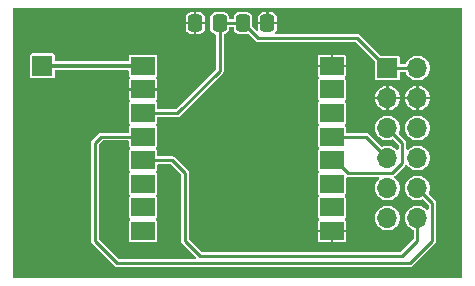
<source format=gbr>
%TF.GenerationSoftware,KiCad,Pcbnew,7.0.1*%
%TF.CreationDate,2023-04-28T09:34:28+02:00*%
%TF.ProjectId,RA01_ANT,52413031-5f41-44e5-942e-6b696361645f,rev?*%
%TF.SameCoordinates,Original*%
%TF.FileFunction,Copper,L1,Top*%
%TF.FilePolarity,Positive*%
%FSLAX46Y46*%
G04 Gerber Fmt 4.6, Leading zero omitted, Abs format (unit mm)*
G04 Created by KiCad (PCBNEW 7.0.1) date 2023-04-28 09:34:28*
%MOMM*%
%LPD*%
G01*
G04 APERTURE LIST*
G04 Aperture macros list*
%AMRoundRect*
0 Rectangle with rounded corners*
0 $1 Rounding radius*
0 $2 $3 $4 $5 $6 $7 $8 $9 X,Y pos of 4 corners*
0 Add a 4 corners polygon primitive as box body*
4,1,4,$2,$3,$4,$5,$6,$7,$8,$9,$2,$3,0*
0 Add four circle primitives for the rounded corners*
1,1,$1+$1,$2,$3*
1,1,$1+$1,$4,$5*
1,1,$1+$1,$6,$7*
1,1,$1+$1,$8,$9*
0 Add four rect primitives between the rounded corners*
20,1,$1+$1,$2,$3,$4,$5,0*
20,1,$1+$1,$4,$5,$6,$7,0*
20,1,$1+$1,$6,$7,$8,$9,0*
20,1,$1+$1,$8,$9,$2,$3,0*%
G04 Aperture macros list end*
%TA.AperFunction,ComponentPad*%
%ADD10R,1.700000X1.700000*%
%TD*%
%TA.AperFunction,ComponentPad*%
%ADD11O,1.700000X1.700000*%
%TD*%
%TA.AperFunction,SMDPad,CuDef*%
%ADD12R,2.000000X1.500000*%
%TD*%
%TA.AperFunction,SMDPad,CuDef*%
%ADD13RoundRect,0.250000X-0.337500X-0.475000X0.337500X-0.475000X0.337500X0.475000X-0.337500X0.475000X0*%
%TD*%
%TA.AperFunction,SMDPad,CuDef*%
%ADD14RoundRect,0.250000X0.337500X0.475000X-0.337500X0.475000X-0.337500X-0.475000X0.337500X-0.475000X0*%
%TD*%
%TA.AperFunction,ViaPad*%
%ADD15C,0.800000*%
%TD*%
%TA.AperFunction,Conductor*%
%ADD16C,0.250000*%
%TD*%
%TA.AperFunction,Conductor*%
%ADD17C,0.350000*%
%TD*%
G04 APERTURE END LIST*
D10*
%TO.P,J1,1,Pin_1*%
%TO.N,VCC*%
X149860000Y-43180000D03*
D11*
%TO.P,J1,2,Pin_2*%
X152400000Y-43180000D03*
%TO.P,J1,3,Pin_3*%
%TO.N,GND*%
X149860000Y-45720000D03*
%TO.P,J1,4,Pin_4*%
X152400000Y-45720000D03*
%TO.P,J1,5,Pin_5*%
%TO.N,SCK*%
X149860000Y-48260000D03*
%TO.P,J1,6,Pin_6*%
%TO.N,unconnected-(J1-Pin_6-Pad6)*%
X152400000Y-48260000D03*
%TO.P,J1,7,Pin_7*%
%TO.N,MISO*%
X149860000Y-50800000D03*
%TO.P,J1,8,Pin_8*%
%TO.N,unconnected-(J1-Pin_8-Pad8)*%
X152400000Y-50800000D03*
%TO.P,J1,9,Pin_9*%
%TO.N,MOSI*%
X149860000Y-53340000D03*
%TO.P,J1,10,Pin_10*%
%TO.N,nRESET*%
X152400000Y-53340000D03*
%TO.P,J1,11,Pin_11*%
%TO.N,nCS*%
X149860000Y-55880000D03*
%TO.P,J1,12,Pin_12*%
%TO.N,DIO0*%
X152400000Y-55880000D03*
%TD*%
D12*
%TO.P,U1,1,ANT*%
%TO.N,Net-(J2-Pin_1)*%
X129160000Y-42990000D03*
%TO.P,U1,2,GND*%
%TO.N,GND*%
X129160000Y-44990000D03*
%TO.P,U1,3,VDD*%
%TO.N,VCC*%
X129160000Y-46990000D03*
%TO.P,U1,4,~{RESET}*%
%TO.N,nRESET*%
X129160000Y-48990000D03*
%TO.P,U1,5,DIO0*%
%TO.N,DIO0*%
X129160000Y-50990000D03*
%TO.P,U1,6,DIO1*%
%TO.N,unconnected-(U1-DIO1-Pad6)*%
X129160000Y-52990000D03*
%TO.P,U1,7,DIO2*%
%TO.N,unconnected-(U1-DIO2-Pad7)*%
X129160000Y-54990000D03*
%TO.P,U1,8,DIO3*%
%TO.N,unconnected-(U1-DIO3-Pad8)*%
X129160000Y-56990000D03*
%TO.P,U1,9,GND*%
%TO.N,GND*%
X145160000Y-56990000D03*
%TO.P,U1,10,DIO4*%
%TO.N,unconnected-(U1-DIO4-Pad10)*%
X145160000Y-54990000D03*
%TO.P,U1,11,DIO5*%
%TO.N,unconnected-(U1-DIO5-Pad11)*%
X145160000Y-52990000D03*
%TO.P,U1,12,SCK*%
%TO.N,SCK*%
X145160000Y-50990000D03*
%TO.P,U1,13,MISO*%
%TO.N,MISO*%
X145160000Y-48990000D03*
%TO.P,U1,14,MOSI*%
%TO.N,MOSI*%
X145160000Y-46990000D03*
%TO.P,U1,15,~{NSS}*%
%TO.N,nCS*%
X145160000Y-44990000D03*
%TO.P,U1,16,GND*%
%TO.N,GND*%
X145160000Y-42990000D03*
%TD*%
D13*
%TO.P,C1,1*%
%TO.N,VCC*%
X137625000Y-39370000D03*
%TO.P,C1,2*%
%TO.N,GND*%
X139700000Y-39370000D03*
%TD*%
D10*
%TO.P,J2,1,Pin_1*%
%TO.N,Net-(J2-Pin_1)*%
X120650000Y-42990000D03*
%TD*%
D14*
%TO.P,C2,1*%
%TO.N,VCC*%
X135657500Y-39370000D03*
%TO.P,C2,2*%
%TO.N,GND*%
X133582500Y-39370000D03*
%TD*%
D15*
%TO.N,GND*%
X131445000Y-55880000D03*
X126365000Y-55880000D03*
%TO.N,nCS*%
X145160000Y-44990000D03*
%TO.N,MOSI*%
X145160000Y-46990000D03*
%TD*%
D16*
%TO.N,nRESET*%
X125095000Y-49530000D02*
X125095000Y-57785000D01*
X125635000Y-48990000D02*
X125095000Y-49530000D01*
X153670000Y-54610000D02*
X152400000Y-53340000D01*
X127000000Y-59690000D02*
X151765000Y-59690000D01*
X129160000Y-48990000D02*
X125635000Y-48990000D01*
X153670000Y-57785000D02*
X153670000Y-54610000D01*
X151765000Y-59690000D02*
X153670000Y-57785000D01*
X125095000Y-57785000D02*
X127000000Y-59690000D01*
%TO.N,SCK*%
X145410000Y-50990000D02*
X146490000Y-52070000D01*
X151130000Y-49530000D02*
X149860000Y-48260000D01*
X150251701Y-52070000D02*
X151130000Y-51191701D01*
X151130000Y-51191701D02*
X151130000Y-49530000D01*
X146490000Y-52070000D02*
X150251701Y-52070000D01*
X145160000Y-50990000D02*
X145410000Y-50990000D01*
%TO.N,MISO*%
X145160000Y-48990000D02*
X148050000Y-48990000D01*
X148050000Y-48990000D02*
X149860000Y-50800000D01*
%TO.N,VCC*%
X137625000Y-39370000D02*
X138895000Y-40640000D01*
X149860000Y-43180000D02*
X152400000Y-43180000D01*
X129160000Y-46990000D02*
X132080000Y-46990000D01*
X138895000Y-40640000D02*
X147320000Y-40640000D01*
X135657500Y-43412500D02*
X135657500Y-39370000D01*
X137625000Y-39370000D02*
X135657500Y-39370000D01*
X132080000Y-46990000D02*
X135657500Y-43412500D01*
X147320000Y-40640000D02*
X149860000Y-43180000D01*
D17*
%TO.N,Net-(J2-Pin_1)*%
X129160000Y-42990000D02*
X120650000Y-42990000D01*
D16*
%TO.N,DIO0*%
X133985000Y-59055000D02*
X151130000Y-59055000D01*
X129160000Y-50990000D02*
X131635000Y-50990000D01*
X151130000Y-59055000D02*
X152400000Y-57785000D01*
X152400000Y-57785000D02*
X152400000Y-55880000D01*
X132715000Y-57785000D02*
X133985000Y-59055000D01*
X131635000Y-50990000D02*
X132715000Y-52070000D01*
X132715000Y-52070000D02*
X132715000Y-57785000D01*
%TD*%
%TA.AperFunction,Conductor*%
%TO.N,GND*%
G36*
X127910000Y-49328763D02*
G01*
X127946237Y-49365000D01*
X127959500Y-49414500D01*
X127959500Y-49759747D01*
X127971133Y-49818231D01*
X128015447Y-49884552D01*
X128050068Y-49907685D01*
X128082376Y-49943332D01*
X128094066Y-49990000D01*
X128082376Y-50036668D01*
X128050068Y-50072315D01*
X128015447Y-50095447D01*
X127971133Y-50161768D01*
X127959500Y-50220253D01*
X127959500Y-51759747D01*
X127971133Y-51818231D01*
X128015447Y-51884552D01*
X128050068Y-51907685D01*
X128082376Y-51943332D01*
X128094066Y-51990000D01*
X128082376Y-52036668D01*
X128050068Y-52072315D01*
X128015447Y-52095447D01*
X127971133Y-52161768D01*
X127971132Y-52161769D01*
X127971133Y-52161769D01*
X127961948Y-52207948D01*
X127959500Y-52220253D01*
X127959500Y-53759747D01*
X127971133Y-53818231D01*
X128015447Y-53884552D01*
X128050068Y-53907685D01*
X128082376Y-53943332D01*
X128094066Y-53990000D01*
X128082376Y-54036668D01*
X128050068Y-54072315D01*
X128015447Y-54095447D01*
X127971133Y-54161768D01*
X127959500Y-54220253D01*
X127959500Y-55759747D01*
X127971133Y-55818231D01*
X128015447Y-55884552D01*
X128050068Y-55907685D01*
X128082376Y-55943332D01*
X128094066Y-55990000D01*
X128082376Y-56036668D01*
X128050068Y-56072315D01*
X128015447Y-56095447D01*
X127971133Y-56161768D01*
X127959500Y-56220253D01*
X127959500Y-57759747D01*
X127971133Y-57818231D01*
X128015447Y-57884552D01*
X128037591Y-57899348D01*
X128081769Y-57928867D01*
X128140252Y-57940500D01*
X130179747Y-57940500D01*
X130179748Y-57940500D01*
X130238231Y-57928867D01*
X130304552Y-57884552D01*
X130348867Y-57818231D01*
X130360500Y-57759748D01*
X130360500Y-56220252D01*
X130348867Y-56161769D01*
X130304552Y-56095448D01*
X130269930Y-56072314D01*
X130237623Y-56036668D01*
X130225933Y-55990000D01*
X130237623Y-55943332D01*
X130269930Y-55907685D01*
X130304552Y-55884552D01*
X130348867Y-55818231D01*
X130360500Y-55759748D01*
X130360500Y-54220252D01*
X130348867Y-54161769D01*
X130304552Y-54095448D01*
X130269930Y-54072314D01*
X130237623Y-54036668D01*
X130225933Y-53990000D01*
X130237623Y-53943332D01*
X130269930Y-53907685D01*
X130304552Y-53884552D01*
X130348867Y-53818231D01*
X130360500Y-53759748D01*
X130360500Y-52220252D01*
X130348867Y-52161769D01*
X130304552Y-52095448D01*
X130269930Y-52072314D01*
X130237623Y-52036668D01*
X130225933Y-51990000D01*
X130237623Y-51943332D01*
X130269930Y-51907685D01*
X130304552Y-51884552D01*
X130348867Y-51818231D01*
X130360500Y-51759748D01*
X130360500Y-51414500D01*
X130373763Y-51365000D01*
X130410000Y-51328763D01*
X130459500Y-51315500D01*
X131459166Y-51315500D01*
X131497052Y-51323036D01*
X131529170Y-51344496D01*
X132360504Y-52175830D01*
X132381964Y-52207948D01*
X132389500Y-52245834D01*
X132389500Y-57766466D01*
X132389123Y-57775096D01*
X132385735Y-57813807D01*
X132395795Y-57851350D01*
X132397663Y-57859778D01*
X132404411Y-57898042D01*
X132404412Y-57898045D01*
X132405166Y-57899352D01*
X132415055Y-57923225D01*
X132415446Y-57924685D01*
X132437732Y-57956514D01*
X132442370Y-57963794D01*
X132461803Y-57997452D01*
X132461805Y-57997454D01*
X132461806Y-57997455D01*
X132491574Y-58022433D01*
X132497938Y-58028264D01*
X133665169Y-59195496D01*
X133692263Y-59246186D01*
X133686629Y-59303386D01*
X133650166Y-59347815D01*
X133595165Y-59364500D01*
X127175834Y-59364500D01*
X127137948Y-59356964D01*
X127105830Y-59335504D01*
X125449496Y-57679170D01*
X125428036Y-57647052D01*
X125420500Y-57609166D01*
X125420500Y-49705833D01*
X125428036Y-49667947D01*
X125449497Y-49635829D01*
X125740831Y-49344496D01*
X125772948Y-49323036D01*
X125810834Y-49315500D01*
X127860500Y-49315500D01*
X127910000Y-49328763D01*
G37*
%TD.AperFunction*%
%TA.AperFunction,Conductor*%
G36*
X156135000Y-38138763D02*
G01*
X156171237Y-38175000D01*
X156184500Y-38224500D01*
X156184500Y-60835500D01*
X156171237Y-60885000D01*
X156135000Y-60921237D01*
X156085500Y-60934500D01*
X118234500Y-60934500D01*
X118185000Y-60921237D01*
X118148763Y-60885000D01*
X118135500Y-60835500D01*
X118135500Y-57813807D01*
X124765735Y-57813807D01*
X124775795Y-57851350D01*
X124777663Y-57859778D01*
X124784411Y-57898042D01*
X124784412Y-57898045D01*
X124785166Y-57899352D01*
X124795055Y-57923225D01*
X124795446Y-57924685D01*
X124817732Y-57956514D01*
X124822370Y-57963794D01*
X124841803Y-57997452D01*
X124841805Y-57997454D01*
X124841806Y-57997455D01*
X124871574Y-58022433D01*
X124877938Y-58028264D01*
X126756730Y-59907056D01*
X126762564Y-59913423D01*
X126787545Y-59943194D01*
X126821215Y-59962633D01*
X126828477Y-59967260D01*
X126860316Y-59989554D01*
X126861761Y-59989941D01*
X126861768Y-59989943D01*
X126885650Y-59999834D01*
X126886955Y-60000588D01*
X126920732Y-60006543D01*
X126925220Y-60007335D01*
X126933647Y-60009203D01*
X126971193Y-60019264D01*
X127009909Y-60015876D01*
X127018537Y-60015500D01*
X151746466Y-60015500D01*
X151755093Y-60015876D01*
X151768357Y-60017037D01*
X151793805Y-60019264D01*
X151793805Y-60019263D01*
X151793807Y-60019264D01*
X151831359Y-60009201D01*
X151839777Y-60007335D01*
X151878045Y-60000588D01*
X151879346Y-59999836D01*
X151903232Y-59989942D01*
X151904684Y-59989554D01*
X151936529Y-59967254D01*
X151943785Y-59962632D01*
X151977455Y-59943194D01*
X152002442Y-59913414D01*
X152008254Y-59907070D01*
X153887066Y-58028258D01*
X153893410Y-58022444D01*
X153923194Y-57997455D01*
X153942632Y-57963785D01*
X153947254Y-57956529D01*
X153969554Y-57924684D01*
X153969942Y-57923232D01*
X153979838Y-57899343D01*
X153980588Y-57898045D01*
X153987335Y-57859777D01*
X153989204Y-57851348D01*
X153989208Y-57851336D01*
X153999264Y-57813807D01*
X153995876Y-57775090D01*
X153995500Y-57766463D01*
X153995500Y-54628526D01*
X153995877Y-54619897D01*
X153999263Y-54581194D01*
X153999263Y-54581193D01*
X153989199Y-54543638D01*
X153987335Y-54535223D01*
X153980589Y-54496958D01*
X153980588Y-54496956D01*
X153980588Y-54496955D01*
X153979834Y-54495650D01*
X153969943Y-54471768D01*
X153969554Y-54470317D01*
X153969554Y-54470316D01*
X153947257Y-54438473D01*
X153942626Y-54431203D01*
X153923193Y-54397543D01*
X153893434Y-54372573D01*
X153887066Y-54366739D01*
X153388502Y-53868175D01*
X153365850Y-53833041D01*
X153359718Y-53791691D01*
X153371199Y-53751498D01*
X153375232Y-53743954D01*
X153435300Y-53545934D01*
X153455583Y-53340000D01*
X153435300Y-53134066D01*
X153375232Y-52936046D01*
X153277685Y-52753550D01*
X153146410Y-52593590D01*
X152986450Y-52462315D01*
X152803954Y-52364768D01*
X152803953Y-52364767D01*
X152803952Y-52364767D01*
X152605933Y-52304699D01*
X152400000Y-52284416D01*
X152194066Y-52304699D01*
X151996047Y-52364767D01*
X151813549Y-52462315D01*
X151653590Y-52593590D01*
X151522315Y-52753549D01*
X151424767Y-52936047D01*
X151364699Y-53134066D01*
X151344416Y-53339999D01*
X151364699Y-53545933D01*
X151424767Y-53743952D01*
X151424768Y-53743954D01*
X151522315Y-53926450D01*
X151653590Y-54086410D01*
X151813550Y-54217685D01*
X151996046Y-54315232D01*
X152194066Y-54375300D01*
X152400000Y-54395583D01*
X152605934Y-54375300D01*
X152692155Y-54349145D01*
X152803952Y-54315233D01*
X152803954Y-54315232D01*
X152811498Y-54311199D01*
X152851691Y-54299718D01*
X152893041Y-54305850D01*
X152928175Y-54328502D01*
X153315504Y-54715831D01*
X153336964Y-54747949D01*
X153344500Y-54785835D01*
X153344500Y-55098277D01*
X153326441Y-55155282D01*
X153278852Y-55191490D01*
X153219096Y-55193691D01*
X153168973Y-55161084D01*
X153146410Y-55133590D01*
X152986450Y-55002315D01*
X152803954Y-54904768D01*
X152803953Y-54904767D01*
X152803952Y-54904767D01*
X152605933Y-54844699D01*
X152400000Y-54824416D01*
X152194066Y-54844699D01*
X151996047Y-54904767D01*
X151813549Y-55002315D01*
X151653590Y-55133590D01*
X151522315Y-55293549D01*
X151424767Y-55476047D01*
X151364699Y-55674066D01*
X151344416Y-55880000D01*
X151364699Y-56085933D01*
X151424767Y-56283952D01*
X151424768Y-56283954D01*
X151522315Y-56466450D01*
X151653590Y-56626410D01*
X151813550Y-56757685D01*
X151898497Y-56803091D01*
X151996045Y-56855232D01*
X152004235Y-56857716D01*
X152040774Y-56878021D01*
X152065675Y-56911595D01*
X152074500Y-56952454D01*
X152074500Y-57609165D01*
X152066964Y-57647051D01*
X152045504Y-57679169D01*
X151024170Y-58700504D01*
X150992052Y-58721964D01*
X150954166Y-58729500D01*
X134160835Y-58729500D01*
X134122949Y-58721964D01*
X134090831Y-58700504D01*
X133150023Y-57759697D01*
X143960000Y-57759697D01*
X143971604Y-57818036D01*
X144015807Y-57884192D01*
X144081963Y-57928395D01*
X144140303Y-57940000D01*
X145059999Y-57940000D01*
X145060000Y-57939999D01*
X145260000Y-57939999D01*
X145260001Y-57940000D01*
X146179697Y-57940000D01*
X146238036Y-57928395D01*
X146304192Y-57884192D01*
X146348395Y-57818036D01*
X146360000Y-57759697D01*
X146360000Y-57090001D01*
X146359999Y-57090000D01*
X145260001Y-57090000D01*
X145260000Y-57090001D01*
X145260000Y-57939999D01*
X145060000Y-57939999D01*
X145060000Y-57090001D01*
X145059999Y-57090000D01*
X143960001Y-57090000D01*
X143960000Y-57090001D01*
X143960000Y-57759697D01*
X133150023Y-57759697D01*
X133069496Y-57679170D01*
X133048036Y-57647052D01*
X133040500Y-57609166D01*
X133040500Y-55759747D01*
X143959500Y-55759747D01*
X143971133Y-55818231D01*
X144015447Y-55884552D01*
X144050517Y-55907985D01*
X144082825Y-55943632D01*
X144094515Y-55990300D01*
X144082826Y-56036967D01*
X144050518Y-56072615D01*
X144015807Y-56095808D01*
X143971604Y-56161963D01*
X143960000Y-56220303D01*
X143960000Y-56889999D01*
X143960001Y-56890000D01*
X146359999Y-56890000D01*
X146360000Y-56889999D01*
X146360000Y-56220303D01*
X146348395Y-56161963D01*
X146304191Y-56095807D01*
X146269482Y-56072615D01*
X146237174Y-56036968D01*
X146225484Y-55990300D01*
X146237174Y-55943631D01*
X146269481Y-55907985D01*
X146304552Y-55884552D01*
X146307594Y-55880000D01*
X148804416Y-55880000D01*
X148824699Y-56085933D01*
X148884767Y-56283952D01*
X148884768Y-56283954D01*
X148982315Y-56466450D01*
X149113590Y-56626410D01*
X149273550Y-56757685D01*
X149456046Y-56855232D01*
X149654066Y-56915300D01*
X149860000Y-56935583D01*
X150065934Y-56915300D01*
X150263954Y-56855232D01*
X150446450Y-56757685D01*
X150606410Y-56626410D01*
X150737685Y-56466450D01*
X150835232Y-56283954D01*
X150895300Y-56085934D01*
X150915583Y-55880000D01*
X150895300Y-55674066D01*
X150835232Y-55476046D01*
X150737685Y-55293550D01*
X150606410Y-55133590D01*
X150446450Y-55002315D01*
X150263954Y-54904768D01*
X150263953Y-54904767D01*
X150263952Y-54904767D01*
X150065933Y-54844699D01*
X149860000Y-54824416D01*
X149654066Y-54844699D01*
X149456047Y-54904767D01*
X149273549Y-55002315D01*
X149113590Y-55133590D01*
X148982315Y-55293549D01*
X148884767Y-55476047D01*
X148824699Y-55674066D01*
X148804416Y-55880000D01*
X146307594Y-55880000D01*
X146348867Y-55818231D01*
X146360500Y-55759748D01*
X146360500Y-54220252D01*
X146348867Y-54161769D01*
X146304552Y-54095448D01*
X146269930Y-54072314D01*
X146237623Y-54036668D01*
X146225933Y-53990000D01*
X146237623Y-53943332D01*
X146269930Y-53907685D01*
X146304552Y-53884552D01*
X146348867Y-53818231D01*
X146360500Y-53759748D01*
X146360500Y-52498790D01*
X146372360Y-52451804D01*
X146405099Y-52416077D01*
X146450872Y-52400167D01*
X146499909Y-52395877D01*
X146508537Y-52395500D01*
X149078277Y-52395500D01*
X149135282Y-52413559D01*
X149171490Y-52461148D01*
X149173691Y-52520904D01*
X149141084Y-52571026D01*
X149113590Y-52593590D01*
X149113588Y-52593592D01*
X148982315Y-52753549D01*
X148884767Y-52936047D01*
X148824699Y-53134066D01*
X148804416Y-53339999D01*
X148824699Y-53545933D01*
X148884767Y-53743952D01*
X148884768Y-53743954D01*
X148982315Y-53926450D01*
X149113590Y-54086410D01*
X149273550Y-54217685D01*
X149456046Y-54315232D01*
X149654066Y-54375300D01*
X149860000Y-54395583D01*
X150065934Y-54375300D01*
X150263954Y-54315232D01*
X150446450Y-54217685D01*
X150606410Y-54086410D01*
X150737685Y-53926450D01*
X150835232Y-53743954D01*
X150895300Y-53545934D01*
X150915583Y-53340000D01*
X150895300Y-53134066D01*
X150835232Y-52936046D01*
X150737685Y-52753550D01*
X150606410Y-52593590D01*
X150490895Y-52498790D01*
X150464822Y-52477392D01*
X150436475Y-52439493D01*
X150428959Y-52392766D01*
X150443992Y-52347890D01*
X150454457Y-52337846D01*
X150452934Y-52336568D01*
X150464156Y-52323194D01*
X150489143Y-52293414D01*
X150494955Y-52287070D01*
X151347072Y-51434954D01*
X151353430Y-51429130D01*
X151396567Y-51392935D01*
X151397845Y-51394458D01*
X151407890Y-51383992D01*
X151452766Y-51368959D01*
X151499493Y-51376475D01*
X151537393Y-51404822D01*
X151653590Y-51546410D01*
X151813550Y-51677685D01*
X151996046Y-51775232D01*
X152165827Y-51826734D01*
X152194066Y-51835300D01*
X152399999Y-51855583D01*
X152399999Y-51855582D01*
X152400000Y-51855583D01*
X152605934Y-51835300D01*
X152803954Y-51775232D01*
X152986450Y-51677685D01*
X153146410Y-51546410D01*
X153277685Y-51386450D01*
X153375232Y-51203954D01*
X153435300Y-51005934D01*
X153455583Y-50800000D01*
X153435300Y-50594066D01*
X153375232Y-50396046D01*
X153277685Y-50213550D01*
X153146410Y-50053590D01*
X152986450Y-49922315D01*
X152803954Y-49824768D01*
X152803953Y-49824767D01*
X152803952Y-49824767D01*
X152605933Y-49764699D01*
X152399999Y-49744416D01*
X152194066Y-49764699D01*
X151996047Y-49824767D01*
X151813549Y-49922315D01*
X151653592Y-50053588D01*
X151653590Y-50053590D01*
X151631026Y-50081084D01*
X151580904Y-50113691D01*
X151521148Y-50111490D01*
X151473559Y-50075282D01*
X151455500Y-50018277D01*
X151455500Y-49548526D01*
X151455877Y-49539897D01*
X151459263Y-49501194D01*
X151459262Y-49501191D01*
X151449199Y-49463638D01*
X151447335Y-49455223D01*
X151440589Y-49416958D01*
X151440588Y-49416956D01*
X151440588Y-49416955D01*
X151439832Y-49415645D01*
X151429943Y-49391768D01*
X151429941Y-49391761D01*
X151429554Y-49390316D01*
X151407257Y-49358473D01*
X151402626Y-49351203D01*
X151383193Y-49317543D01*
X151353434Y-49292573D01*
X151347066Y-49286739D01*
X150848502Y-48788175D01*
X150825850Y-48753041D01*
X150819718Y-48711691D01*
X150831199Y-48671498D01*
X150835232Y-48663954D01*
X150836209Y-48660736D01*
X150895300Y-48465933D01*
X150915583Y-48259999D01*
X151344416Y-48259999D01*
X151364699Y-48465933D01*
X151423792Y-48660737D01*
X151424768Y-48663954D01*
X151522315Y-48846450D01*
X151653590Y-49006410D01*
X151813550Y-49137685D01*
X151996046Y-49235232D01*
X152194066Y-49295300D01*
X152400000Y-49315583D01*
X152605934Y-49295300D01*
X152803954Y-49235232D01*
X152986450Y-49137685D01*
X153146410Y-49006410D01*
X153277685Y-48846450D01*
X153375232Y-48663954D01*
X153435300Y-48465934D01*
X153455583Y-48260000D01*
X153437097Y-48072316D01*
X153435300Y-48054066D01*
X153434410Y-48051133D01*
X153375232Y-47856046D01*
X153277685Y-47673550D01*
X153146410Y-47513590D01*
X152986450Y-47382315D01*
X152803954Y-47284768D01*
X152803953Y-47284767D01*
X152803952Y-47284767D01*
X152605933Y-47224699D01*
X152400000Y-47204416D01*
X152194066Y-47224699D01*
X151996047Y-47284767D01*
X151813549Y-47382315D01*
X151653590Y-47513590D01*
X151522315Y-47673549D01*
X151424767Y-47856047D01*
X151364699Y-48054066D01*
X151344416Y-48259999D01*
X150915583Y-48259999D01*
X150895300Y-48054066D01*
X150894410Y-48051133D01*
X150835232Y-47856046D01*
X150737685Y-47673550D01*
X150606410Y-47513590D01*
X150446450Y-47382315D01*
X150263954Y-47284768D01*
X150263953Y-47284767D01*
X150263952Y-47284767D01*
X150065933Y-47224699D01*
X149860000Y-47204416D01*
X149654066Y-47224699D01*
X149456047Y-47284767D01*
X149273549Y-47382315D01*
X149113590Y-47513590D01*
X148982315Y-47673549D01*
X148884767Y-47856047D01*
X148824699Y-48054066D01*
X148804416Y-48259999D01*
X148824699Y-48465933D01*
X148883792Y-48660737D01*
X148884768Y-48663954D01*
X148982315Y-48846450D01*
X149113590Y-49006410D01*
X149273550Y-49137685D01*
X149456046Y-49235232D01*
X149654066Y-49295300D01*
X149860000Y-49315583D01*
X150065934Y-49295300D01*
X150152155Y-49269145D01*
X150263952Y-49235233D01*
X150263954Y-49235232D01*
X150271498Y-49231199D01*
X150311691Y-49219718D01*
X150353041Y-49225850D01*
X150388175Y-49248502D01*
X150775504Y-49635831D01*
X150796964Y-49667949D01*
X150804500Y-49705835D01*
X150804500Y-50018277D01*
X150786441Y-50075282D01*
X150738852Y-50111490D01*
X150679096Y-50113691D01*
X150628973Y-50081084D01*
X150606410Y-50053590D01*
X150446450Y-49922315D01*
X150263954Y-49824768D01*
X150263953Y-49824767D01*
X150263952Y-49824767D01*
X150065933Y-49764699D01*
X149859999Y-49744416D01*
X149654066Y-49764699D01*
X149456045Y-49824767D01*
X149448492Y-49828805D01*
X149408299Y-49840281D01*
X149366953Y-49834147D01*
X149331823Y-49811497D01*
X148293268Y-48772942D01*
X148287434Y-48766574D01*
X148262454Y-48736805D01*
X148228794Y-48717370D01*
X148221514Y-48712732D01*
X148189685Y-48690446D01*
X148188225Y-48690055D01*
X148164352Y-48680166D01*
X148163045Y-48679412D01*
X148163043Y-48679411D01*
X148163042Y-48679411D01*
X148124778Y-48672663D01*
X148116350Y-48670795D01*
X148078807Y-48660735D01*
X148043330Y-48663839D01*
X148040093Y-48664123D01*
X148031466Y-48664500D01*
X146459500Y-48664500D01*
X146410000Y-48651237D01*
X146373763Y-48615000D01*
X146360500Y-48565500D01*
X146360500Y-48220253D01*
X146360500Y-48220252D01*
X146348867Y-48161769D01*
X146304552Y-48095448D01*
X146269930Y-48072314D01*
X146237623Y-48036668D01*
X146225933Y-47990000D01*
X146237623Y-47943332D01*
X146269930Y-47907685D01*
X146304552Y-47884552D01*
X146348867Y-47818231D01*
X146360500Y-47759748D01*
X146360500Y-46220252D01*
X146348867Y-46161769D01*
X146304552Y-46095448D01*
X146269930Y-46072314D01*
X146237623Y-46036668D01*
X146225933Y-45990000D01*
X146237623Y-45943332D01*
X146269930Y-45907685D01*
X146304552Y-45884552D01*
X146347685Y-45820000D01*
X148814767Y-45820000D01*
X148825191Y-45925835D01*
X148885231Y-46123763D01*
X148982730Y-46306170D01*
X149113945Y-46466054D01*
X149273829Y-46597269D01*
X149456236Y-46694768D01*
X149654164Y-46754808D01*
X149759999Y-46765232D01*
X149760000Y-46765232D01*
X149960000Y-46765232D01*
X150065835Y-46754808D01*
X150263763Y-46694768D01*
X150446170Y-46597269D01*
X150606054Y-46466054D01*
X150737269Y-46306170D01*
X150834768Y-46123763D01*
X150894808Y-45925835D01*
X150905232Y-45820000D01*
X151354767Y-45820000D01*
X151365191Y-45925835D01*
X151425231Y-46123763D01*
X151522730Y-46306170D01*
X151653945Y-46466054D01*
X151813829Y-46597269D01*
X151996236Y-46694768D01*
X152194164Y-46754808D01*
X152299999Y-46765232D01*
X152300000Y-46765232D01*
X152500000Y-46765232D01*
X152605835Y-46754808D01*
X152803763Y-46694768D01*
X152986170Y-46597269D01*
X153146054Y-46466054D01*
X153277269Y-46306170D01*
X153374768Y-46123763D01*
X153434808Y-45925835D01*
X153445232Y-45820000D01*
X152500001Y-45820000D01*
X152500000Y-45820001D01*
X152500000Y-46765232D01*
X152300000Y-46765232D01*
X152300000Y-45820001D01*
X152299999Y-45820000D01*
X151354767Y-45820000D01*
X150905232Y-45820000D01*
X149960001Y-45820000D01*
X149960000Y-45820001D01*
X149960000Y-46765232D01*
X149760000Y-46765232D01*
X149760000Y-45820001D01*
X149759999Y-45820000D01*
X148814767Y-45820000D01*
X146347685Y-45820000D01*
X146348867Y-45818231D01*
X146360500Y-45759748D01*
X146360500Y-45619999D01*
X148814767Y-45619999D01*
X148814768Y-45620000D01*
X149759999Y-45620000D01*
X149760000Y-45619999D01*
X149760000Y-44674768D01*
X149759999Y-44674767D01*
X149960000Y-44674767D01*
X149960000Y-45619999D01*
X149960001Y-45620000D01*
X150905232Y-45620000D01*
X150905232Y-45619999D01*
X151354767Y-45619999D01*
X151354768Y-45620000D01*
X152299999Y-45620000D01*
X152300000Y-45619999D01*
X152300000Y-44674768D01*
X152299999Y-44674767D01*
X152500000Y-44674767D01*
X152500000Y-45619999D01*
X152500001Y-45620000D01*
X153445232Y-45620000D01*
X153445232Y-45619999D01*
X153434808Y-45514164D01*
X153374768Y-45316236D01*
X153277269Y-45133829D01*
X153146054Y-44973945D01*
X152986170Y-44842730D01*
X152803763Y-44745231D01*
X152605835Y-44685191D01*
X152500000Y-44674767D01*
X152299999Y-44674767D01*
X152194164Y-44685191D01*
X151996236Y-44745231D01*
X151813829Y-44842730D01*
X151653945Y-44973945D01*
X151522730Y-45133829D01*
X151425231Y-45316236D01*
X151365191Y-45514164D01*
X151354767Y-45619999D01*
X150905232Y-45619999D01*
X150894808Y-45514164D01*
X150834768Y-45316236D01*
X150737269Y-45133829D01*
X150606054Y-44973945D01*
X150446170Y-44842730D01*
X150263763Y-44745231D01*
X150065835Y-44685191D01*
X149960000Y-44674767D01*
X149759999Y-44674767D01*
X149654164Y-44685191D01*
X149456236Y-44745231D01*
X149273829Y-44842730D01*
X149113945Y-44973945D01*
X148982730Y-45133829D01*
X148885231Y-45316236D01*
X148825191Y-45514164D01*
X148814767Y-45619999D01*
X146360500Y-45619999D01*
X146360500Y-44220252D01*
X146348867Y-44161769D01*
X146304552Y-44095448D01*
X146304551Y-44095447D01*
X146269482Y-44072014D01*
X146237173Y-44036366D01*
X146225484Y-43989698D01*
X146237174Y-43943030D01*
X146269483Y-43907383D01*
X146304192Y-43884191D01*
X146348395Y-43818036D01*
X146360000Y-43759697D01*
X146360000Y-43090001D01*
X146359999Y-43090000D01*
X143960001Y-43090000D01*
X143960000Y-43090001D01*
X143960000Y-43759697D01*
X143971604Y-43818036D01*
X144015807Y-43884192D01*
X144050517Y-43907384D01*
X144082825Y-43943030D01*
X144094515Y-43989698D01*
X144082826Y-44036366D01*
X144050518Y-44072013D01*
X144015448Y-44095446D01*
X143971133Y-44161768D01*
X143971132Y-44161769D01*
X143971133Y-44161769D01*
X143959776Y-44218867D01*
X143959500Y-44220253D01*
X143959500Y-45759747D01*
X143971133Y-45818231D01*
X144015447Y-45884552D01*
X144050068Y-45907685D01*
X144082376Y-45943332D01*
X144094066Y-45990000D01*
X144082376Y-46036668D01*
X144050068Y-46072315D01*
X144015447Y-46095447D01*
X143971133Y-46161768D01*
X143959500Y-46220253D01*
X143959500Y-47759747D01*
X143971133Y-47818231D01*
X144015447Y-47884552D01*
X144050068Y-47907685D01*
X144082376Y-47943332D01*
X144094066Y-47990000D01*
X144082376Y-48036668D01*
X144050068Y-48072315D01*
X144015447Y-48095447D01*
X143971133Y-48161768D01*
X143959500Y-48220253D01*
X143959500Y-49759747D01*
X143971133Y-49818231D01*
X144015447Y-49884552D01*
X144050068Y-49907685D01*
X144082376Y-49943332D01*
X144094066Y-49990000D01*
X144082376Y-50036668D01*
X144050068Y-50072315D01*
X144015447Y-50095447D01*
X143971133Y-50161768D01*
X143959500Y-50220253D01*
X143959500Y-51759747D01*
X143971133Y-51818231D01*
X144015447Y-51884552D01*
X144050068Y-51907685D01*
X144082376Y-51943332D01*
X144094066Y-51990000D01*
X144082376Y-52036668D01*
X144050068Y-52072315D01*
X144015447Y-52095447D01*
X143971133Y-52161768D01*
X143971132Y-52161769D01*
X143971133Y-52161769D01*
X143961948Y-52207948D01*
X143959500Y-52220253D01*
X143959500Y-53759747D01*
X143971133Y-53818231D01*
X144015447Y-53884552D01*
X144050068Y-53907685D01*
X144082376Y-53943332D01*
X144094066Y-53990000D01*
X144082376Y-54036668D01*
X144050068Y-54072315D01*
X144015447Y-54095447D01*
X143971133Y-54161768D01*
X143959500Y-54220253D01*
X143959500Y-55759747D01*
X133040500Y-55759747D01*
X133040500Y-52088534D01*
X133040877Y-52079904D01*
X133044264Y-52041193D01*
X133034205Y-52003655D01*
X133032335Y-51995220D01*
X133031415Y-51990000D01*
X133025588Y-51956955D01*
X133024834Y-51955650D01*
X133014943Y-51931768D01*
X133014942Y-51931765D01*
X133014554Y-51930316D01*
X132992260Y-51898477D01*
X132987633Y-51891215D01*
X132968194Y-51857545D01*
X132938428Y-51832568D01*
X132932060Y-51826734D01*
X131878268Y-50772942D01*
X131872434Y-50766574D01*
X131847454Y-50736805D01*
X131813794Y-50717370D01*
X131806514Y-50712732D01*
X131774685Y-50690446D01*
X131773225Y-50690055D01*
X131749352Y-50680166D01*
X131748045Y-50679412D01*
X131748043Y-50679411D01*
X131748042Y-50679411D01*
X131709778Y-50672663D01*
X131701350Y-50670795D01*
X131663807Y-50660735D01*
X131628330Y-50663839D01*
X131625093Y-50664123D01*
X131616466Y-50664500D01*
X130459500Y-50664500D01*
X130410000Y-50651237D01*
X130373763Y-50615000D01*
X130360500Y-50565500D01*
X130360500Y-50220253D01*
X130359167Y-50213550D01*
X130348867Y-50161769D01*
X130304552Y-50095448D01*
X130269930Y-50072314D01*
X130237623Y-50036668D01*
X130225933Y-49990000D01*
X130237623Y-49943332D01*
X130269930Y-49907685D01*
X130304552Y-49884552D01*
X130348867Y-49818231D01*
X130360500Y-49759748D01*
X130360500Y-48220252D01*
X130348867Y-48161769D01*
X130304552Y-48095448D01*
X130269930Y-48072314D01*
X130237623Y-48036668D01*
X130225933Y-47990000D01*
X130237623Y-47943332D01*
X130269930Y-47907685D01*
X130304552Y-47884552D01*
X130348867Y-47818231D01*
X130360500Y-47759748D01*
X130360500Y-47414500D01*
X130373763Y-47365000D01*
X130410000Y-47328763D01*
X130459500Y-47315500D01*
X132061466Y-47315500D01*
X132070093Y-47315876D01*
X132083357Y-47317037D01*
X132108805Y-47319264D01*
X132108805Y-47319263D01*
X132108807Y-47319264D01*
X132146359Y-47309201D01*
X132154777Y-47307335D01*
X132193045Y-47300588D01*
X132194346Y-47299836D01*
X132218232Y-47289942D01*
X132219684Y-47289554D01*
X132251529Y-47267254D01*
X132258785Y-47262632D01*
X132292455Y-47243194D01*
X132317442Y-47213414D01*
X132323254Y-47207070D01*
X135874566Y-43655758D01*
X135880910Y-43649944D01*
X135910694Y-43624955D01*
X135930132Y-43591285D01*
X135934754Y-43584029D01*
X135957054Y-43552184D01*
X135957442Y-43550732D01*
X135967338Y-43526843D01*
X135968088Y-43525545D01*
X135974835Y-43487277D01*
X135976701Y-43478859D01*
X135986764Y-43441307D01*
X135983376Y-43402593D01*
X135983000Y-43393966D01*
X135983000Y-42889999D01*
X143960000Y-42889999D01*
X143960001Y-42890000D01*
X145059999Y-42890000D01*
X145060000Y-42889999D01*
X145260000Y-42889999D01*
X145260001Y-42890000D01*
X146359999Y-42890000D01*
X146360000Y-42889999D01*
X146360000Y-42220303D01*
X146348395Y-42161963D01*
X146304192Y-42095807D01*
X146238036Y-42051604D01*
X146179697Y-42040000D01*
X145260001Y-42040000D01*
X145260000Y-42040001D01*
X145260000Y-42889999D01*
X145060000Y-42889999D01*
X145060000Y-42040001D01*
X145059999Y-42040000D01*
X144140303Y-42040000D01*
X144081963Y-42051604D01*
X144015807Y-42095807D01*
X143971604Y-42161963D01*
X143960000Y-42220303D01*
X143960000Y-42889999D01*
X135983000Y-42889999D01*
X135983000Y-40391864D01*
X135994763Y-40345060D01*
X136027255Y-40309377D01*
X136072753Y-40293297D01*
X136079699Y-40292646D01*
X136207882Y-40247793D01*
X136317150Y-40167150D01*
X136397793Y-40057882D01*
X136442646Y-39929699D01*
X136445500Y-39899266D01*
X136445500Y-39794500D01*
X136458763Y-39745000D01*
X136495000Y-39708763D01*
X136544500Y-39695500D01*
X136738000Y-39695500D01*
X136787500Y-39708763D01*
X136823737Y-39745000D01*
X136837000Y-39794500D01*
X136837000Y-39899270D01*
X136839853Y-39929695D01*
X136839853Y-39929697D01*
X136839854Y-39929699D01*
X136884707Y-40057882D01*
X136965350Y-40167150D01*
X137074618Y-40247793D01*
X137202801Y-40292646D01*
X137215843Y-40293869D01*
X137233230Y-40295500D01*
X137233234Y-40295500D01*
X138016766Y-40295500D01*
X138016770Y-40295500D01*
X138037539Y-40293552D01*
X138080353Y-40298984D01*
X138116788Y-40322115D01*
X138651741Y-40857068D01*
X138657565Y-40863424D01*
X138682545Y-40893194D01*
X138682547Y-40893195D01*
X138716203Y-40912627D01*
X138723473Y-40917257D01*
X138755316Y-40939554D01*
X138756761Y-40939941D01*
X138756768Y-40939943D01*
X138780650Y-40949834D01*
X138781955Y-40950588D01*
X138781956Y-40950588D01*
X138781958Y-40950589D01*
X138807029Y-40955008D01*
X138820228Y-40957336D01*
X138828638Y-40959199D01*
X138866193Y-40969263D01*
X138866193Y-40969262D01*
X138866194Y-40969263D01*
X138888978Y-40967269D01*
X138904897Y-40965876D01*
X138913525Y-40965500D01*
X147144166Y-40965500D01*
X147182052Y-40973036D01*
X147214170Y-40994496D01*
X148780504Y-42560831D01*
X148801964Y-42592949D01*
X148809500Y-42630835D01*
X148809500Y-44049748D01*
X148811079Y-44057684D01*
X148821133Y-44108231D01*
X148865447Y-44174552D01*
X148909762Y-44204162D01*
X148931769Y-44218867D01*
X148990252Y-44230500D01*
X150729747Y-44230500D01*
X150729748Y-44230500D01*
X150788231Y-44218867D01*
X150854552Y-44174552D01*
X150898867Y-44108231D01*
X150910500Y-44049748D01*
X150910500Y-43604500D01*
X150923763Y-43555000D01*
X150960000Y-43518763D01*
X151009500Y-43505500D01*
X151327546Y-43505500D01*
X151368405Y-43514325D01*
X151401979Y-43539226D01*
X151422284Y-43575765D01*
X151424767Y-43583954D01*
X151463154Y-43655769D01*
X151522315Y-43766450D01*
X151653590Y-43926410D01*
X151813550Y-44057685D01*
X151996046Y-44155232D01*
X152194066Y-44215300D01*
X152400000Y-44235583D01*
X152605934Y-44215300D01*
X152803954Y-44155232D01*
X152986450Y-44057685D01*
X153146410Y-43926410D01*
X153277685Y-43766450D01*
X153375232Y-43583954D01*
X153435300Y-43385934D01*
X153455583Y-43180000D01*
X153435300Y-42974066D01*
X153375232Y-42776046D01*
X153277685Y-42593550D01*
X153146410Y-42433590D01*
X152986450Y-42302315D01*
X152803954Y-42204768D01*
X152803953Y-42204767D01*
X152803952Y-42204767D01*
X152605933Y-42144699D01*
X152400000Y-42124416D01*
X152194066Y-42144699D01*
X151996047Y-42204767D01*
X151813549Y-42302315D01*
X151653590Y-42433590D01*
X151522315Y-42593549D01*
X151424767Y-42776045D01*
X151422284Y-42784235D01*
X151401979Y-42820774D01*
X151368405Y-42845675D01*
X151327546Y-42854500D01*
X151009500Y-42854500D01*
X150960000Y-42841237D01*
X150923763Y-42805000D01*
X150910500Y-42755500D01*
X150910500Y-42310253D01*
X150908921Y-42302315D01*
X150898867Y-42251769D01*
X150877808Y-42220252D01*
X150854552Y-42185447D01*
X150788231Y-42141133D01*
X150788230Y-42141132D01*
X150729748Y-42129500D01*
X150729747Y-42129500D01*
X149310835Y-42129500D01*
X149272949Y-42121964D01*
X149240831Y-42100504D01*
X147563268Y-40422942D01*
X147557434Y-40416574D01*
X147532454Y-40386805D01*
X147498794Y-40367370D01*
X147491514Y-40362732D01*
X147459685Y-40340446D01*
X147458225Y-40340055D01*
X147434352Y-40330166D01*
X147433045Y-40329412D01*
X147433043Y-40329411D01*
X147433042Y-40329411D01*
X147394778Y-40322663D01*
X147386350Y-40320795D01*
X147348807Y-40310735D01*
X147313330Y-40313839D01*
X147310093Y-40314123D01*
X147301466Y-40314500D01*
X140446386Y-40314500D01*
X140394501Y-40299814D01*
X140358009Y-40260115D01*
X140347736Y-40207179D01*
X140366731Y-40156711D01*
X140439845Y-40057645D01*
X140484649Y-39929601D01*
X140487500Y-39899208D01*
X140487500Y-39470001D01*
X140487499Y-39470000D01*
X138912502Y-39470000D01*
X138912501Y-39470001D01*
X138912501Y-39899200D01*
X138915351Y-39929604D01*
X138917649Y-39936172D01*
X138921192Y-39988728D01*
X138897277Y-40035662D01*
X138852676Y-40063686D01*
X138800014Y-40064868D01*
X138754201Y-40038873D01*
X138441997Y-39726670D01*
X138420536Y-39694552D01*
X138413000Y-39656666D01*
X138413000Y-39269999D01*
X138912500Y-39269999D01*
X138912501Y-39270000D01*
X139599999Y-39270000D01*
X139600000Y-39269999D01*
X139800000Y-39269999D01*
X139800001Y-39270000D01*
X140487498Y-39270000D01*
X140487499Y-39269999D01*
X140487499Y-38840800D01*
X140484648Y-38810395D01*
X140439845Y-38682354D01*
X140359291Y-38573208D01*
X140250145Y-38492654D01*
X140122101Y-38447850D01*
X140091708Y-38445000D01*
X139800001Y-38445000D01*
X139800000Y-38445001D01*
X139800000Y-39269999D01*
X139600000Y-39269999D01*
X139600000Y-38445002D01*
X139599999Y-38445001D01*
X139308300Y-38445001D01*
X139277895Y-38447851D01*
X139149854Y-38492654D01*
X139040708Y-38573208D01*
X138960154Y-38682354D01*
X138915350Y-38810398D01*
X138912500Y-38840792D01*
X138912500Y-39269999D01*
X138413000Y-39269999D01*
X138413000Y-38840730D01*
X138410146Y-38810304D01*
X138410146Y-38810301D01*
X138365293Y-38682118D01*
X138284650Y-38572850D01*
X138175382Y-38492207D01*
X138047199Y-38447354D01*
X138047197Y-38447353D01*
X138047195Y-38447353D01*
X138016770Y-38444500D01*
X138016766Y-38444500D01*
X137233234Y-38444500D01*
X137233230Y-38444500D01*
X137202804Y-38447353D01*
X137202801Y-38447353D01*
X137202801Y-38447354D01*
X137074618Y-38492207D01*
X137074617Y-38492207D01*
X137074616Y-38492208D01*
X137074012Y-38492654D01*
X136965350Y-38572850D01*
X136884707Y-38682118D01*
X136839854Y-38810301D01*
X136839853Y-38810304D01*
X136837000Y-38840730D01*
X136837000Y-38945500D01*
X136823737Y-38995000D01*
X136787500Y-39031237D01*
X136738000Y-39044500D01*
X136544500Y-39044500D01*
X136495000Y-39031237D01*
X136458763Y-38995000D01*
X136445500Y-38945500D01*
X136445500Y-38840730D01*
X136442646Y-38810304D01*
X136442646Y-38810301D01*
X136397793Y-38682118D01*
X136317150Y-38572850D01*
X136207882Y-38492207D01*
X136079699Y-38447354D01*
X136079697Y-38447353D01*
X136079695Y-38447353D01*
X136049270Y-38444500D01*
X136049266Y-38444500D01*
X135265734Y-38444500D01*
X135265730Y-38444500D01*
X135235304Y-38447353D01*
X135235301Y-38447353D01*
X135235301Y-38447354D01*
X135107118Y-38492207D01*
X135107117Y-38492207D01*
X135107116Y-38492208D01*
X135106512Y-38492654D01*
X134997850Y-38572850D01*
X134917207Y-38682118D01*
X134872354Y-38810301D01*
X134872353Y-38810304D01*
X134869500Y-38840730D01*
X134869500Y-39899270D01*
X134872353Y-39929695D01*
X134872353Y-39929697D01*
X134872354Y-39929699D01*
X134917207Y-40057882D01*
X134997850Y-40167150D01*
X135107118Y-40247793D01*
X135235301Y-40292646D01*
X135242246Y-40293297D01*
X135287745Y-40309377D01*
X135320237Y-40345060D01*
X135332000Y-40391864D01*
X135332000Y-43236666D01*
X135324464Y-43274552D01*
X135303004Y-43306670D01*
X131974170Y-46635504D01*
X131942052Y-46656964D01*
X131904166Y-46664500D01*
X130459500Y-46664500D01*
X130410000Y-46651237D01*
X130373763Y-46615000D01*
X130360500Y-46565500D01*
X130360500Y-46220253D01*
X130360500Y-46220252D01*
X130348867Y-46161769D01*
X130304552Y-46095448D01*
X130304551Y-46095447D01*
X130269482Y-46072014D01*
X130237173Y-46036366D01*
X130225484Y-45989698D01*
X130237174Y-45943030D01*
X130269483Y-45907383D01*
X130304192Y-45884191D01*
X130348395Y-45818036D01*
X130360000Y-45759697D01*
X130360000Y-45090001D01*
X130359999Y-45090000D01*
X127960001Y-45090000D01*
X127960000Y-45090001D01*
X127960000Y-45759697D01*
X127971604Y-45818036D01*
X128015807Y-45884192D01*
X128050517Y-45907384D01*
X128082825Y-45943030D01*
X128094515Y-45989698D01*
X128082826Y-46036366D01*
X128050518Y-46072013D01*
X128015448Y-46095446D01*
X127971133Y-46161768D01*
X127959500Y-46220253D01*
X127959500Y-47759747D01*
X127971133Y-47818231D01*
X128015447Y-47884552D01*
X128050068Y-47907685D01*
X128082376Y-47943332D01*
X128094066Y-47990000D01*
X128082376Y-48036668D01*
X128050068Y-48072315D01*
X128015447Y-48095447D01*
X127971133Y-48161768D01*
X127959500Y-48220253D01*
X127959500Y-48565500D01*
X127946237Y-48615000D01*
X127910000Y-48651237D01*
X127860500Y-48664500D01*
X125653523Y-48664500D01*
X125644894Y-48664123D01*
X125641509Y-48663826D01*
X125606192Y-48660736D01*
X125568656Y-48670794D01*
X125560227Y-48672663D01*
X125521954Y-48679412D01*
X125520645Y-48680168D01*
X125496780Y-48690053D01*
X125495318Y-48690444D01*
X125463484Y-48712734D01*
X125456205Y-48717371D01*
X125422543Y-48736806D01*
X125397573Y-48766564D01*
X125391741Y-48772930D01*
X124877940Y-49286732D01*
X124871574Y-49292565D01*
X124841804Y-49317545D01*
X124822371Y-49351204D01*
X124817734Y-49358484D01*
X124795444Y-49390318D01*
X124795053Y-49391780D01*
X124785168Y-49415645D01*
X124784410Y-49416956D01*
X124777662Y-49455223D01*
X124775794Y-49463649D01*
X124765735Y-49501191D01*
X124769123Y-49539904D01*
X124769500Y-49548534D01*
X124769500Y-57766466D01*
X124769123Y-57775096D01*
X124765735Y-57813807D01*
X118135500Y-57813807D01*
X118135500Y-43859747D01*
X119599500Y-43859747D01*
X119611133Y-43918231D01*
X119655447Y-43984552D01*
X119663149Y-43989698D01*
X119721769Y-44028867D01*
X119780252Y-44040500D01*
X121519747Y-44040500D01*
X121519748Y-44040500D01*
X121578231Y-44028867D01*
X121644552Y-43984552D01*
X121688867Y-43918231D01*
X121700500Y-43859748D01*
X121700500Y-43464500D01*
X121713763Y-43415000D01*
X121750000Y-43378763D01*
X121799500Y-43365500D01*
X127860500Y-43365500D01*
X127910000Y-43378763D01*
X127946237Y-43415000D01*
X127959500Y-43464500D01*
X127959500Y-43759747D01*
X127971133Y-43818231D01*
X128015447Y-43884552D01*
X128050517Y-43907985D01*
X128082825Y-43943632D01*
X128094515Y-43990300D01*
X128082826Y-44036967D01*
X128050518Y-44072615D01*
X128015807Y-44095808D01*
X127971604Y-44161963D01*
X127960000Y-44220303D01*
X127960000Y-44889999D01*
X127960001Y-44890000D01*
X130359999Y-44890000D01*
X130360000Y-44889999D01*
X130360000Y-44220303D01*
X130348395Y-44161963D01*
X130304191Y-44095807D01*
X130269482Y-44072615D01*
X130237174Y-44036968D01*
X130225484Y-43990300D01*
X130237174Y-43943631D01*
X130269481Y-43907985D01*
X130304552Y-43884552D01*
X130348867Y-43818231D01*
X130360500Y-43759748D01*
X130360500Y-42220252D01*
X130348867Y-42161769D01*
X130322270Y-42121964D01*
X130304552Y-42095447D01*
X130238231Y-42051133D01*
X130238230Y-42051132D01*
X130179748Y-42039500D01*
X128140252Y-42039500D01*
X128111010Y-42045316D01*
X128081768Y-42051133D01*
X128015447Y-42095447D01*
X127971133Y-42161768D01*
X127959500Y-42220253D01*
X127959500Y-42515500D01*
X127946237Y-42565000D01*
X127910000Y-42601237D01*
X127860500Y-42614500D01*
X121799500Y-42614500D01*
X121750000Y-42601237D01*
X121713763Y-42565000D01*
X121700500Y-42515500D01*
X121700500Y-42120253D01*
X121700500Y-42120252D01*
X121688867Y-42061769D01*
X121673987Y-42039500D01*
X121644552Y-41995447D01*
X121578231Y-41951133D01*
X121578230Y-41951132D01*
X121519748Y-41939500D01*
X119780252Y-41939500D01*
X119751010Y-41945316D01*
X119721768Y-41951133D01*
X119655447Y-41995447D01*
X119611133Y-42061768D01*
X119599500Y-42120253D01*
X119599500Y-43859747D01*
X118135500Y-43859747D01*
X118135500Y-39899200D01*
X132795001Y-39899200D01*
X132797851Y-39929604D01*
X132842654Y-40057645D01*
X132923208Y-40166791D01*
X133032354Y-40247345D01*
X133160398Y-40292149D01*
X133190792Y-40295000D01*
X133482499Y-40295000D01*
X133482500Y-40294999D01*
X133482500Y-40294998D01*
X133682500Y-40294998D01*
X133682501Y-40294999D01*
X133974200Y-40294999D01*
X134004604Y-40292148D01*
X134132645Y-40247345D01*
X134241791Y-40166791D01*
X134322345Y-40057645D01*
X134367149Y-39929601D01*
X134370000Y-39899208D01*
X134370000Y-39470001D01*
X134369999Y-39470000D01*
X133682501Y-39470000D01*
X133682500Y-39470001D01*
X133682500Y-40294998D01*
X133482500Y-40294998D01*
X133482500Y-39470001D01*
X133482499Y-39470000D01*
X132795002Y-39470000D01*
X132795001Y-39470001D01*
X132795001Y-39899200D01*
X118135500Y-39899200D01*
X118135500Y-39269999D01*
X132795000Y-39269999D01*
X132795001Y-39270000D01*
X133482499Y-39270000D01*
X133482500Y-39269999D01*
X133682500Y-39269999D01*
X133682501Y-39270000D01*
X134369998Y-39270000D01*
X134369999Y-39269999D01*
X134369999Y-38840800D01*
X134367148Y-38810395D01*
X134322345Y-38682354D01*
X134241791Y-38573208D01*
X134132645Y-38492654D01*
X134004601Y-38447850D01*
X133974208Y-38445000D01*
X133682501Y-38445000D01*
X133682500Y-38445001D01*
X133682500Y-39269999D01*
X133482500Y-39269999D01*
X133482500Y-38445002D01*
X133482499Y-38445001D01*
X133190800Y-38445001D01*
X133160395Y-38447851D01*
X133032354Y-38492654D01*
X132923208Y-38573208D01*
X132842654Y-38682354D01*
X132797850Y-38810398D01*
X132795000Y-38840792D01*
X132795000Y-39269999D01*
X118135500Y-39269999D01*
X118135500Y-38224500D01*
X118148763Y-38175000D01*
X118185000Y-38138763D01*
X118234500Y-38125500D01*
X156085500Y-38125500D01*
X156135000Y-38138763D01*
G37*
%TD.AperFunction*%
%TD*%
M02*

</source>
